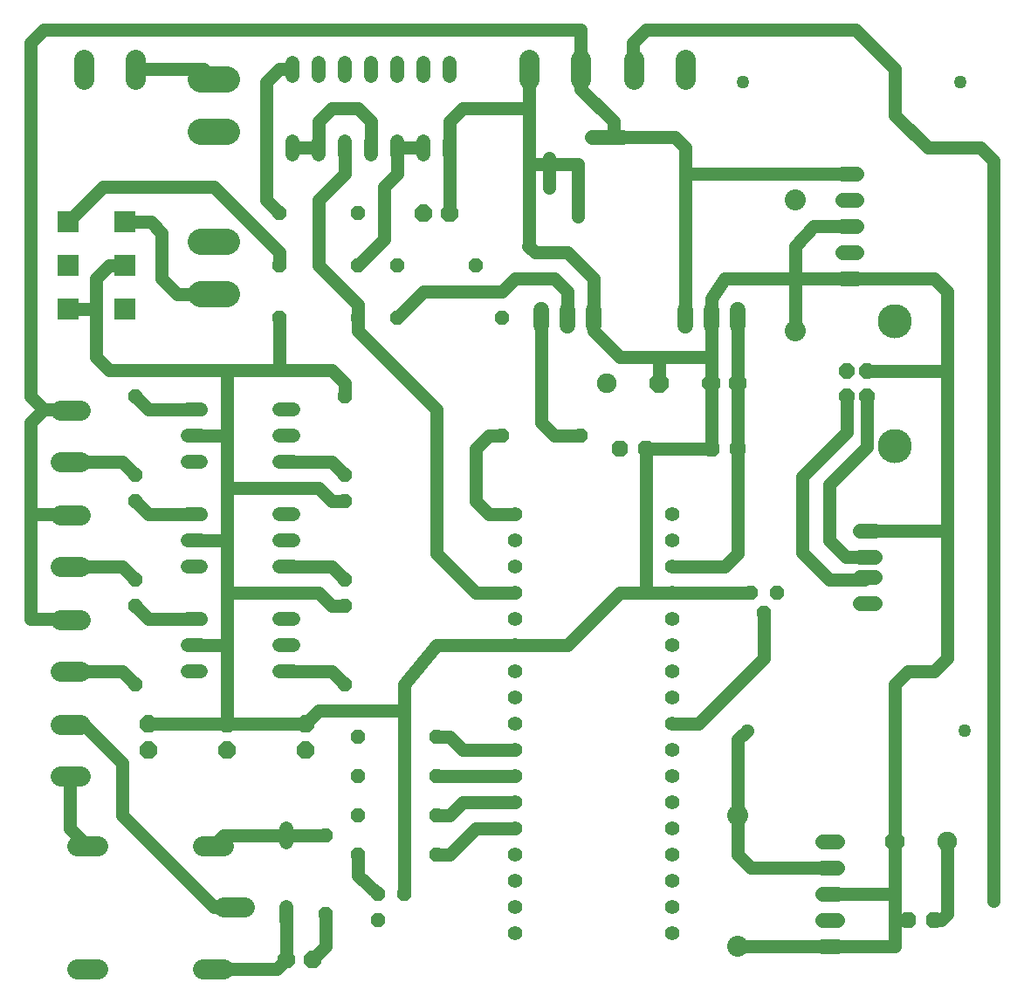
<source format=gbr>
G04 EAGLE Gerber X2 export*
%TF.Part,Single*%
%TF.FileFunction,Copper,L2,Bot,Mixed*%
%TF.FilePolarity,Positive*%
%TF.GenerationSoftware,Autodesk,EAGLE,8.6.3*%
%TF.CreationDate,2019-08-01T17:55:07Z*%
G75*
%MOMM*%
%FSLAX34Y34*%
%LPD*%
%AMOC8*
5,1,8,0,0,1.08239X$1,22.5*%
G01*
%ADD10P,1.924489X8X202.500000*%
%ADD11C,1.778000*%
%ADD12P,1.732040X8X22.500000*%
%ADD13C,1.905000*%
%ADD14P,2.061953X8X202.500000*%
%ADD15P,2.061953X8X22.500000*%
%ADD16C,1.320800*%
%ADD17C,2.032000*%
%ADD18C,2.540000*%
%ADD19C,1.397000*%
%ADD20C,1.524000*%
%ADD21P,1.429621X8X202.500000*%
%ADD22C,1.981200*%
%ADD23P,1.814519X8X112.500000*%
%ADD24C,1.408000*%
%ADD25P,1.429621X8X22.500000*%
%ADD26P,1.429621X8X112.500000*%
%ADD27P,1.429621X8X292.500000*%
%ADD28C,1.400000*%
%ADD29C,1.308000*%
%ADD30C,1.458000*%
%ADD31R,2.100000X2.100000*%
%ADD32P,1.578125X8X112.500000*%
%ADD33C,3.316000*%
%ADD34P,1.732040X8X202.500000*%
%ADD35P,1.814519X8X22.500000*%
%ADD36P,1.814519X8X202.500000*%
%ADD37C,1.270000*%
%ADD38C,1.275000*%
%ADD39C,1.056400*%


D10*
X685800Y609600D03*
D11*
X711200Y609600D03*
D12*
X685800Y546100D03*
X711200Y546100D03*
X596900Y546100D03*
X622300Y546100D03*
D13*
X914400Y165100D03*
D14*
X863600Y165100D03*
D13*
X584200Y609600D03*
D15*
X635000Y609600D03*
D16*
X273050Y178054D02*
X273050Y164846D01*
X273050Y101854D02*
X273050Y88646D01*
D17*
X711200Y190500D03*
X711200Y63500D03*
X767080Y787400D03*
X767080Y660400D03*
D18*
X215900Y904240D02*
X190500Y904240D01*
X190500Y695960D02*
X215900Y695960D01*
X215900Y746760D02*
X190500Y746760D01*
X190500Y853440D02*
X215900Y853440D01*
D16*
X279400Y844804D02*
X279400Y831596D01*
X304800Y831596D02*
X304800Y844804D01*
X431800Y844804D02*
X431800Y831596D01*
X431800Y907796D02*
X431800Y921004D01*
X330200Y844804D02*
X330200Y831596D01*
X355600Y831596D02*
X355600Y844804D01*
X406400Y844804D02*
X406400Y831596D01*
X381000Y831596D02*
X381000Y844804D01*
X406400Y907796D02*
X406400Y921004D01*
X381000Y921004D02*
X381000Y907796D01*
X355600Y907796D02*
X355600Y921004D01*
X330200Y921004D02*
X330200Y907796D01*
X304800Y907796D02*
X304800Y921004D01*
X279400Y921004D02*
X279400Y907796D01*
D19*
X793115Y165100D02*
X807085Y165100D01*
X807085Y139700D02*
X793115Y139700D01*
X793115Y114300D02*
X807085Y114300D01*
X807085Y88900D02*
X793115Y88900D01*
X793115Y63500D02*
X807085Y63500D01*
X812165Y812800D02*
X826135Y812800D01*
X826135Y787400D02*
X812165Y787400D01*
X812165Y762000D02*
X826135Y762000D01*
X826135Y736600D02*
X812165Y736600D01*
X812165Y711200D02*
X826135Y711200D01*
D20*
X660400Y680720D02*
X660400Y665480D01*
X685800Y665480D02*
X685800Y680720D01*
X711200Y680720D02*
X711200Y665480D01*
D21*
X749300Y406400D03*
X736600Y387350D03*
X723900Y406400D03*
D22*
X232156Y101600D02*
X212344Y101600D01*
X211836Y161290D02*
X192024Y161290D01*
X192024Y41910D02*
X211836Y41910D01*
X89916Y41910D02*
X70104Y41910D01*
X70104Y161290D02*
X89916Y161290D01*
D23*
X292100Y254000D03*
X292100Y279400D03*
X215900Y254000D03*
X215900Y279400D03*
X139700Y254000D03*
X139700Y279400D03*
D24*
X495300Y76200D03*
X495300Y101600D03*
X495300Y127000D03*
X495300Y152400D03*
X495300Y177800D03*
X495300Y203200D03*
X495300Y228600D03*
X495300Y254000D03*
X495300Y279400D03*
X495300Y304800D03*
X495300Y330200D03*
X495300Y355600D03*
X495300Y381000D03*
X495300Y406400D03*
X495300Y431800D03*
X495300Y457200D03*
X495300Y482600D03*
X647700Y76200D03*
X647700Y101600D03*
X647700Y127000D03*
X647700Y152400D03*
X647700Y177800D03*
X647700Y203200D03*
X647700Y228600D03*
X647700Y254000D03*
X647700Y279400D03*
X647700Y304800D03*
X647700Y330200D03*
X647700Y355600D03*
X647700Y381000D03*
X647700Y406400D03*
X647700Y431800D03*
X647700Y457200D03*
X647700Y482600D03*
D16*
X190500Y584200D02*
X177292Y584200D01*
X177292Y558800D02*
X190500Y558800D01*
X266700Y558800D02*
X279908Y558800D01*
X279908Y584200D02*
X266700Y584200D01*
X190500Y533400D02*
X177292Y533400D01*
X266700Y533400D02*
X279908Y533400D01*
X190500Y482600D02*
X177292Y482600D01*
X177292Y457200D02*
X190500Y457200D01*
X266700Y457200D02*
X279908Y457200D01*
X279908Y482600D02*
X266700Y482600D01*
X190500Y431800D02*
X177292Y431800D01*
X266700Y431800D02*
X279908Y431800D01*
X190500Y381000D02*
X177292Y381000D01*
X177292Y355600D02*
X190500Y355600D01*
X266700Y355600D02*
X279908Y355600D01*
X279908Y381000D02*
X266700Y381000D01*
X190500Y330200D02*
X177292Y330200D01*
X266700Y330200D02*
X279908Y330200D01*
D25*
X342900Y190500D03*
X419100Y190500D03*
D21*
X419100Y152400D03*
X342900Y152400D03*
D26*
X127000Y520700D03*
X127000Y596900D03*
D21*
X342900Y673100D03*
X266700Y673100D03*
D25*
X482600Y558800D03*
X558800Y558800D03*
D21*
X482600Y673100D03*
X381000Y673100D03*
D26*
X127000Y419100D03*
X127000Y495300D03*
X127000Y317500D03*
X127000Y393700D03*
D27*
X330200Y596900D03*
X330200Y520700D03*
X330200Y495300D03*
X330200Y419100D03*
X330200Y393700D03*
X330200Y317500D03*
D25*
X381000Y723900D03*
X457200Y723900D03*
D21*
X342900Y723900D03*
X266700Y723900D03*
D25*
X342900Y266700D03*
X419100Y266700D03*
X342900Y228600D03*
X419100Y228600D03*
D21*
X387350Y114300D03*
X361950Y114300D03*
X361950Y88900D03*
D20*
X520700Y665480D02*
X520700Y680720D01*
X546100Y680720D02*
X546100Y665480D01*
X571500Y665480D02*
X571500Y680720D01*
D28*
X585200Y849100D02*
X599200Y849100D01*
D29*
X528200Y828640D02*
X528200Y815560D01*
X556200Y800640D02*
X556200Y787560D01*
D28*
X569200Y849100D02*
X583200Y849100D01*
D29*
X528200Y812640D02*
X528200Y799560D01*
X556200Y784640D02*
X556200Y771560D01*
D22*
X126746Y904494D02*
X126746Y924306D01*
X76454Y924306D02*
X76454Y904494D01*
D30*
X829210Y421800D02*
X843790Y421800D01*
X843790Y441800D02*
X829210Y441800D01*
X829210Y396800D02*
X843790Y396800D01*
X843790Y466800D02*
X829210Y466800D01*
D22*
X73406Y533654D02*
X53594Y533654D01*
X53594Y583946D02*
X73406Y583946D01*
X73406Y330454D02*
X53594Y330454D01*
X53594Y380746D02*
X73406Y380746D01*
X73406Y432054D02*
X53594Y432054D01*
X53594Y482346D02*
X73406Y482346D01*
D31*
X116310Y766340D03*
X116310Y724340D03*
X116310Y682340D03*
X61310Y682340D03*
X61310Y724340D03*
X61310Y766340D03*
D32*
X816500Y622100D03*
X816500Y597100D03*
X836500Y597100D03*
X836500Y622100D03*
D33*
X863600Y549400D03*
X863600Y669800D03*
D22*
X73406Y228854D02*
X53594Y228854D01*
X53594Y279146D02*
X73406Y279146D01*
X660146Y904494D02*
X660146Y924306D01*
X609854Y924306D02*
X609854Y904494D01*
X558546Y904494D02*
X558546Y924306D01*
X508254Y924306D02*
X508254Y904494D01*
D34*
X901700Y88900D03*
X876300Y88900D03*
D21*
X342900Y774700D03*
X266700Y774700D03*
D35*
X406400Y774700D03*
X431800Y774700D03*
D26*
X311150Y95250D03*
X311150Y171450D03*
D36*
X298450Y50800D03*
X273050Y50800D03*
D37*
X63500Y380746D02*
X63246Y381000D01*
X25400Y381000D01*
X25400Y482600D01*
X25400Y571500D01*
X38100Y584200D01*
X63500Y584200D01*
X63500Y583946D01*
X63246Y482600D02*
X63500Y482346D01*
X63246Y482600D02*
X25400Y482600D01*
X25400Y939800D02*
X38100Y952500D01*
X25400Y939800D02*
X25400Y596900D01*
X38100Y584200D01*
X38100Y952500D02*
X558800Y952500D01*
X590550Y850750D02*
X592200Y849100D01*
X590550Y850750D02*
X590550Y863600D01*
X558546Y895604D01*
X558546Y914400D01*
X592200Y849100D02*
X649500Y849100D01*
X660400Y838200D01*
X660400Y812800D01*
X660400Y673100D01*
X660400Y812800D02*
X819150Y812800D01*
X558800Y914654D02*
X558546Y914400D01*
X558800Y914654D02*
X558800Y952500D01*
X444500Y876300D02*
X431800Y863600D01*
X571500Y673100D02*
X571500Y660400D01*
X596900Y635000D01*
X635000Y635000D01*
X685800Y635000D01*
X685800Y673100D01*
X685800Y635000D02*
X685800Y609600D01*
X508254Y822100D02*
X508254Y876300D01*
X635000Y406400D02*
X647700Y406400D01*
X767080Y660400D02*
X767080Y711200D01*
X767080Y742950D01*
X784860Y762000D01*
X819150Y762000D01*
X647700Y406400D02*
X622300Y406400D01*
X596900Y406400D01*
X546100Y355600D01*
X495300Y355600D01*
X304800Y292100D02*
X292100Y279400D01*
X387350Y292100D02*
X387350Y114300D01*
X387350Y292100D02*
X304800Y292100D01*
X292100Y279400D02*
X215900Y279400D01*
X139700Y279400D01*
X215900Y279400D02*
X215900Y355600D01*
X215900Y406400D01*
X215900Y457200D01*
X215900Y508000D01*
X215900Y558800D01*
X190500Y558800D01*
X190500Y457200D02*
X215900Y457200D01*
X215900Y355600D02*
X190500Y355600D01*
X419100Y355600D02*
X495300Y355600D01*
X419100Y355600D02*
X387350Y317500D01*
X387350Y292100D01*
X330200Y596900D02*
X330200Y609600D01*
X317500Y622300D01*
X266700Y622300D01*
X317500Y495300D02*
X330200Y495300D01*
X317500Y495300D02*
X304800Y508000D01*
X215900Y508000D01*
X317500Y393700D02*
X330200Y393700D01*
X317500Y393700D02*
X304800Y406400D01*
X215900Y406400D01*
X116310Y724340D02*
X101600Y723900D01*
X88900Y711200D01*
X88900Y685800D01*
X85440Y682340D02*
X85000Y681900D01*
X266700Y673100D02*
X266700Y622300D01*
X647700Y406400D02*
X723900Y406400D01*
X914400Y622100D02*
X914400Y698500D01*
X914400Y622100D02*
X914400Y466800D01*
X914400Y342900D01*
X901700Y330200D01*
X876300Y330200D01*
X863600Y317500D01*
X863600Y165100D01*
X508254Y876300D02*
X444500Y876300D01*
X431800Y863600D02*
X431800Y838200D01*
X819150Y711200D02*
X901700Y711200D01*
X914400Y698500D01*
X800100Y63500D02*
X711200Y63500D01*
X431800Y774700D02*
X431800Y838200D01*
X685800Y609600D02*
X685800Y546100D01*
X622300Y546100D01*
X622300Y406400D01*
X698500Y711200D02*
X767080Y711200D01*
X685800Y692150D02*
X685800Y673100D01*
X685800Y692150D02*
X698500Y711200D01*
X556200Y822100D02*
X528200Y822100D01*
X556200Y822100D02*
X556200Y794100D01*
X528200Y822100D02*
X508254Y822100D01*
X508254Y876300D02*
X508254Y914400D01*
X571500Y711200D02*
X571500Y673100D01*
X571500Y711200D02*
X546100Y736600D01*
X514350Y736600D02*
X508000Y742950D01*
X508254Y743204D01*
X514350Y736600D02*
X546100Y736600D01*
X508254Y743204D02*
X508254Y822100D01*
X836500Y466800D02*
X914400Y466800D01*
X914400Y622100D02*
X836500Y622100D01*
X819150Y711200D02*
X767080Y711200D01*
X863600Y165100D02*
X863600Y114300D01*
X800100Y114300D01*
X800100Y63500D02*
X863600Y63500D01*
X863600Y88900D01*
X863600Y114300D01*
X863600Y88900D02*
X876300Y88900D01*
X635000Y609600D02*
X635000Y635000D01*
X266700Y622300D02*
X215900Y622300D01*
X101600Y622300D01*
X88900Y635000D01*
X88900Y685800D01*
X215900Y622300D02*
X215900Y558800D01*
X85440Y682340D02*
X61310Y682340D01*
X85440Y682340D02*
X88900Y685800D01*
X254000Y901700D02*
X266700Y914400D01*
X254000Y901700D02*
X254000Y787400D01*
D38*
X927100Y901700D03*
D37*
X279400Y914400D02*
X266700Y914400D01*
X254000Y787400D02*
X266700Y774700D01*
X190500Y584200D02*
X139700Y584200D01*
X127000Y596900D01*
X139700Y482600D02*
X190500Y482600D01*
X139700Y482600D02*
X127000Y495300D01*
X114300Y431800D02*
X127000Y419100D01*
X114300Y431800D02*
X63754Y431800D01*
X63500Y432054D01*
X139700Y381000D02*
X190500Y381000D01*
X139700Y381000D02*
X127000Y393700D01*
X266700Y533400D02*
X317500Y533400D01*
X330200Y520700D01*
X317500Y431800D02*
X266700Y431800D01*
X317500Y431800D02*
X330200Y419100D01*
X317500Y330200D02*
X266700Y330200D01*
X317500Y330200D02*
X330200Y317500D01*
X304800Y838200D02*
X279400Y838200D01*
X304800Y838200D02*
X304800Y863600D01*
X317500Y876300D01*
X342900Y876300D01*
X355600Y863600D01*
X355600Y838200D01*
X264160Y41910D02*
X201930Y41910D01*
X264160Y41910D02*
X273050Y50800D01*
X273050Y95250D01*
X75946Y279146D02*
X63500Y279146D01*
X75946Y279146D02*
X76200Y279400D01*
X114300Y241300D01*
X114300Y190500D01*
X203200Y101600D01*
X222250Y101600D01*
X63500Y177800D02*
X63500Y228854D01*
X63500Y177800D02*
X80010Y161290D01*
X469900Y482600D02*
X495300Y482600D01*
X469900Y482600D02*
X457200Y495300D01*
X457200Y546100D01*
X469900Y558800D01*
X482600Y558800D01*
X381000Y673100D02*
X406400Y698500D01*
X533400Y711200D02*
X546100Y698500D01*
X546100Y673100D01*
X482600Y698500D02*
X406400Y698500D01*
X482600Y698500D02*
X495300Y711200D01*
X533400Y711200D01*
X533400Y558800D02*
X558800Y558800D01*
X533400Y558800D02*
X520700Y571500D01*
X520700Y673100D01*
X406400Y838200D02*
X381000Y838200D01*
X368300Y749300D02*
X342900Y723900D01*
X368300Y749300D02*
X368300Y800100D01*
X381000Y812800D01*
X381000Y838200D01*
X266700Y736600D02*
X203200Y800100D01*
X266700Y736600D02*
X266700Y723900D01*
X95070Y800100D02*
X61310Y766340D01*
X95070Y800100D02*
X203200Y800100D01*
X203200Y904240D02*
X193040Y914400D01*
X126746Y914400D01*
D38*
X720090Y273050D03*
D37*
X711200Y190500D02*
X711200Y152400D01*
X723900Y139700D01*
X800100Y139700D01*
X711200Y264160D02*
X720090Y273050D01*
X711200Y264160D02*
X711200Y190500D01*
D38*
X716280Y901700D03*
D37*
X342900Y132080D02*
X361950Y114300D01*
X342900Y132080D02*
X342900Y152400D01*
X711200Y609600D02*
X711200Y673100D01*
X711200Y444500D02*
X698500Y431800D01*
X647700Y431800D01*
X711200Y546100D02*
X711200Y609600D01*
X711200Y546100D02*
X711200Y444500D01*
X431800Y266700D02*
X419100Y266700D01*
X431800Y266700D02*
X444500Y254000D01*
X495300Y254000D01*
X495300Y228600D02*
X419100Y228600D01*
X444500Y203200D02*
X495300Y203200D01*
X444500Y203200D02*
X431800Y190500D01*
X419100Y190500D01*
X457200Y177800D02*
X495300Y177800D01*
X457200Y177800D02*
X431800Y152400D01*
X419100Y152400D01*
X330200Y812800D02*
X330200Y838200D01*
X330200Y812800D02*
X304800Y787400D01*
X304800Y723900D02*
X342900Y685800D01*
X342900Y673100D01*
X304800Y723900D02*
X304800Y787400D01*
X457200Y406400D02*
X495300Y406400D01*
X457200Y406400D02*
X419100Y444500D01*
X419100Y584200D01*
X342900Y660400D01*
X342900Y673100D01*
X647700Y279400D02*
X673100Y279400D01*
X736600Y342900D02*
X736600Y387350D01*
X736600Y342900D02*
X673100Y279400D01*
X815500Y441800D02*
X836500Y441800D01*
X815500Y441800D02*
X800100Y457200D01*
X836500Y547800D02*
X836500Y597100D01*
X836500Y547800D02*
X800100Y511400D01*
X800100Y457200D01*
X836500Y421800D02*
X833800Y419100D01*
X800100Y419100D01*
X773176Y446024D01*
X816500Y562500D02*
X816500Y597100D01*
X816500Y562500D02*
X773176Y519176D01*
X773176Y446024D01*
D38*
X930910Y273050D03*
D37*
X908050Y88900D02*
X901700Y88900D01*
X908050Y88900D02*
X914400Y95250D01*
X914400Y165100D01*
X152400Y711200D02*
X152400Y755650D01*
X167640Y695960D02*
X203200Y695960D01*
X167640Y695960D02*
X152400Y711200D01*
X141710Y766340D02*
X116310Y766340D01*
X141710Y766340D02*
X152400Y755650D01*
X114046Y533654D02*
X127000Y520700D01*
X114046Y533654D02*
X63500Y533654D01*
X63500Y330454D02*
X114046Y330454D01*
X127000Y317500D01*
X609854Y914400D02*
X609600Y914654D01*
X609600Y939800D01*
X622300Y952500D01*
X825500Y952500D01*
X863600Y914400D01*
X863600Y869950D01*
X895350Y838200D01*
X946150Y838200D01*
X958850Y825500D01*
D39*
X958850Y107950D03*
D37*
X958850Y825500D01*
X212090Y171450D02*
X201930Y161290D01*
X212090Y171450D02*
X273050Y171450D01*
X311150Y171450D01*
X311150Y95250D02*
X311150Y63500D01*
X298450Y50800D01*
M02*

</source>
